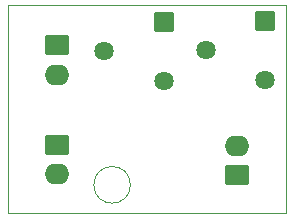
<source format=gbr>
%TF.GenerationSoftware,KiCad,Pcbnew,8.0.4-8.0.4-0~ubuntu22.04.1*%
%TF.CreationDate,2024-09-04T03:05:11+05:30*%
%TF.ProjectId,microphone_smd.step,6d696372-6f70-4686-9f6e-655f736d642e,v01*%
%TF.SameCoordinates,Original*%
%TF.FileFunction,Soldermask,Top*%
%TF.FilePolarity,Negative*%
%FSLAX46Y46*%
G04 Gerber Fmt 4.6, Leading zero omitted, Abs format (unit mm)*
G04 Created by KiCad (PCBNEW 8.0.4-8.0.4-0~ubuntu22.04.1) date 2024-09-04 03:05:11*
%MOMM*%
%LPD*%
G01*
G04 APERTURE LIST*
G04 Aperture macros list*
%AMRoundRect*
0 Rectangle with rounded corners*
0 $1 Rounding radius*
0 $2 $3 $4 $5 $6 $7 $8 $9 X,Y pos of 4 corners*
0 Add a 4 corners polygon primitive as box body*
4,1,4,$2,$3,$4,$5,$6,$7,$8,$9,$2,$3,0*
0 Add four circle primitives for the rounded corners*
1,1,$1+$1,$2,$3*
1,1,$1+$1,$4,$5*
1,1,$1+$1,$6,$7*
1,1,$1+$1,$8,$9*
0 Add four rect primitives between the rounded corners*
20,1,$1+$1,$2,$3,$4,$5,0*
20,1,$1+$1,$4,$5,$6,$7,0*
20,1,$1+$1,$6,$7,$8,$9,0*
20,1,$1+$1,$8,$9,$2,$3,0*%
G04 Aperture macros list end*
%ADD10RoundRect,0.038000X-0.780000X0.780000X-0.780000X-0.780000X0.780000X-0.780000X0.780000X0.780000X0*%
%ADD11C,1.636000*%
%ADD12RoundRect,0.261177X-0.776823X0.626823X-0.776823X-0.626823X0.776823X-0.626823X0.776823X0.626823X0*%
%ADD13O,2.076000X1.776000*%
%ADD14RoundRect,0.261177X0.776823X-0.626823X0.776823X0.626823X-0.776823X0.626823X-0.776823X-0.626823X0*%
%TA.AperFunction,Profile*%
%ADD15C,0.100000*%
%TD*%
G04 APERTURE END LIST*
D10*
%TO.C,R4*%
X175600000Y-55900000D03*
D11*
X170600000Y-58400000D03*
X175600000Y-60900000D03*
%TD*%
D10*
%TO.C,R5*%
X167000000Y-56000000D03*
D11*
X162000000Y-58500000D03*
X167000000Y-61000000D03*
%TD*%
D12*
%TO.C,MK1*%
X158000000Y-58000000D03*
D13*
X158000000Y-60500000D03*
%TD*%
D12*
%TO.C,J2*%
X158000000Y-66400000D03*
D13*
X158000000Y-68900000D03*
%TD*%
D14*
%TO.C,J1*%
X173200000Y-69000000D03*
D13*
X173200000Y-66500000D03*
%TD*%
D15*
X153800000Y-54600000D02*
X177400000Y-54600000D01*
X177400000Y-72200000D01*
X153800000Y-72200000D01*
X153800000Y-54600000D01*
X164200000Y-69800000D02*
G75*
G02*
X161100000Y-69800000I-1550000J0D01*
G01*
X161100000Y-69800000D02*
G75*
G02*
X164200000Y-69800000I1550000J0D01*
G01*
M02*

</source>
